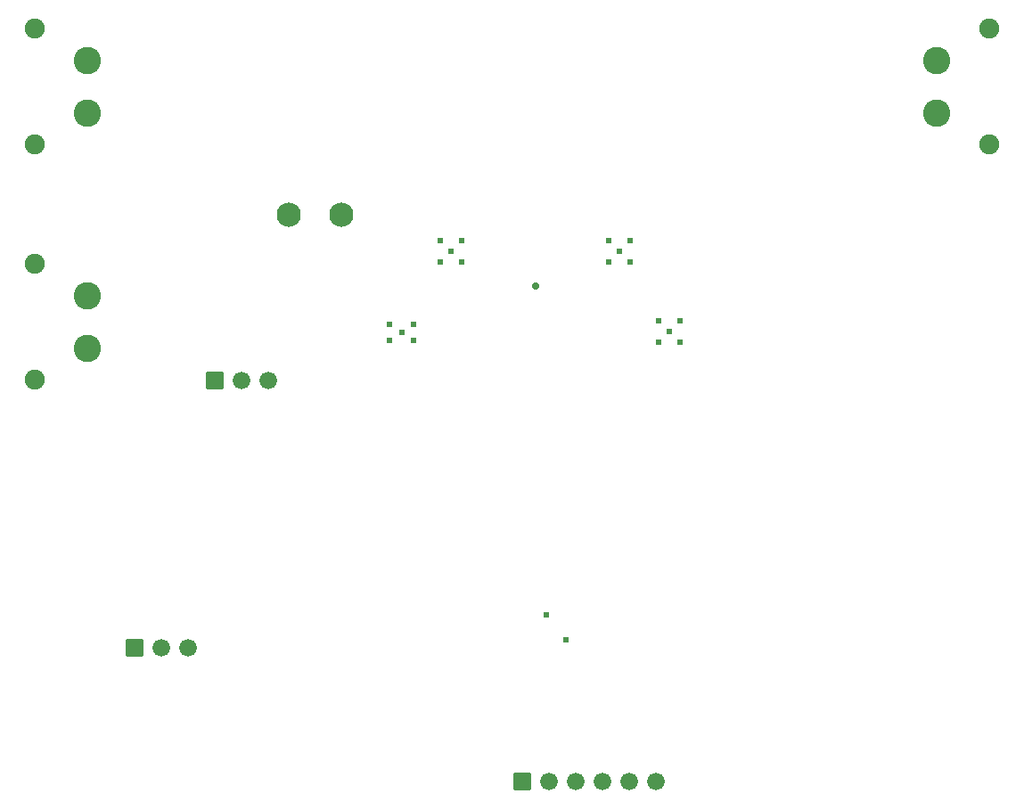
<source format=gbs>
G04 Layer: BottomSolderMaskLayer*
G04 EasyEDA v6.5.37, 2024-09-25 03:55:15*
G04 7e8e10f67f6b4ae2816efe54b0c62c6c,10*
G04 Gerber Generator version 0.2*
G04 Scale: 100 percent, Rotated: No, Reflected: No *
G04 Dimensions in inches *
G04 leading zeros omitted , absolute positions ,3 integer and 6 decimal *
%FSLAX36Y36*%
%MOIN*%

%AMMACRO1*1,1,$1,$2,$3*1,1,$1,$4,$5*1,1,$1,0-$2,0-$3*1,1,$1,0-$4,0-$5*20,1,$1,$2,$3,$4,$5,0*20,1,$1,$4,$5,0-$2,0-$3,0*20,1,$1,0-$2,0-$3,0-$4,0-$5,0*20,1,$1,0-$4,0-$5,$2,$3,0*4,1,4,$2,$3,$4,$5,0-$2,0-$3,0-$4,0-$5,$2,$3,0*%
%ADD10C,0.0660*%
%ADD11MACRO1,0.004X-0.031X0.031X0.031X0.031*%
%ADD12C,0.0749*%
%ADD13C,0.1024*%
%ADD14C,0.0284*%
%ADD15C,0.0244*%
%ADD16C,0.0244*%
%ADD17C,0.0244*%
%ADD18C,0.0906*%

%LPD*%
D10*
G01*
X2450000Y-3199989D03*
G01*
X2350000Y-3199989D03*
G01*
X2250000Y-3199989D03*
G01*
X2150000Y-3199989D03*
G01*
X2050000Y-3199989D03*
D11*
G01*
X1949995Y-3199993D03*
D10*
G01*
X700000Y-2700000D03*
G01*
X600000Y-2700000D03*
D11*
G01*
X499999Y-2699994D03*
D10*
G01*
X1000000Y-1700000D03*
G01*
X900000Y-1700000D03*
D11*
G01*
X800000Y-1700000D03*
D12*
G01*
X126579Y-383470D03*
G01*
X126579Y-816540D03*
D13*
G01*
X323429Y-698429D03*
G01*
X323429Y-501579D03*
D12*
G01*
X3698429Y-816540D03*
G01*
X3698429Y-383470D03*
D13*
G01*
X3501580Y-501579D03*
G01*
X3501580Y-698429D03*
D12*
G01*
X126579Y-1263470D03*
G01*
X126579Y-1696540D03*
D13*
G01*
X323429Y-1578429D03*
G01*
X323429Y-1381579D03*
D14*
G01*
X2000000Y-1345000D03*
D15*
G01*
X1645000Y-1175000D03*
G01*
X1685000Y-1215000D03*
G01*
X1725000Y-1175000D03*
G01*
X1645000Y-1255000D03*
G01*
X1725000Y-1255000D03*
G01*
X2275000Y-1175000D03*
G01*
X2355000Y-1175000D03*
G01*
X2315000Y-1215000D03*
G01*
X2275000Y-1255000D03*
G01*
X2355000Y-1255000D03*
G01*
X2460000Y-1475000D03*
G01*
X2540000Y-1475000D03*
G01*
X2500000Y-1515000D03*
G01*
X2460000Y-1555000D03*
G01*
X2540000Y-1555000D03*
D16*
G01*
X1455000Y-1490000D03*
G01*
X1500000Y-1520000D03*
G01*
X1545000Y-1550000D03*
G01*
X1455000Y-1550000D03*
G01*
X1545000Y-1490000D03*
D17*
G01*
X2115000Y-2670000D03*
G01*
X2040000Y-2575000D03*
D18*
G01*
X1076580Y-1080000D03*
G01*
X1273419Y-1080000D03*
M02*

</source>
